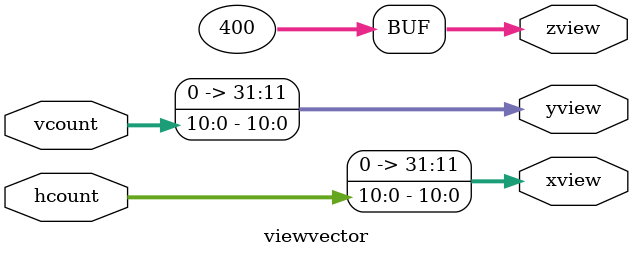
<source format=v>
`timescale 1ns / 1ps


module viewvector(
        hcount,
        vcount,
        xview,
        yview,
        zview
    );
    
parameter screenWidth = 1280;
parameter screenHeight = 720;

parameter perspective = 400;

input [10:0] hcount, vcount;

output [31:0] xview, yview, zview;

assign xview = {21'b0, hcount};
assign yview = {32'b0, vcount};
assign zview = perspective;
    
endmodule

</source>
